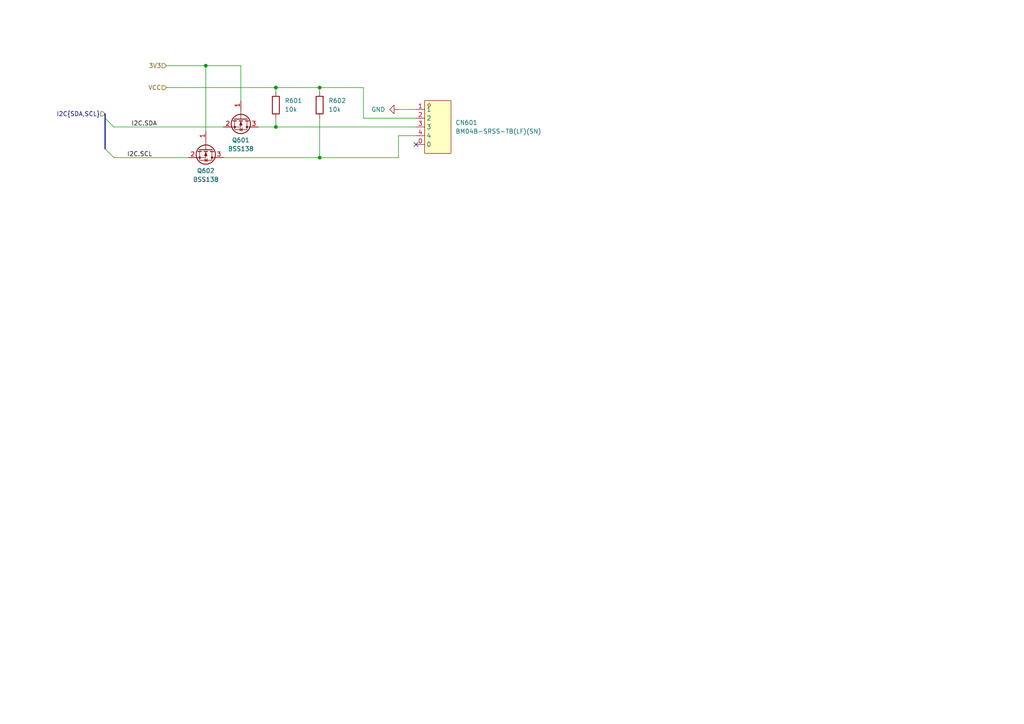
<source format=kicad_sch>
(kicad_sch (version 20231120) (generator "eeschema") (generator_version "8.0")
  (paper "A4")
  (lib_symbols
    (symbol "Device:R" (pin_numbers hide) (pin_names (offset 0))
      (property "Reference" "R" (at 2.032 0 90))
      (property "Value" "R" (at 0 0 90))
      (symbol "R_0_1"
        (rectangle (start -1.016 -2.54) (end 1.016 2.54) (stroke (width 0.254)))
      )
      (symbol "R_1_1"
        (pin passive line (at 0 3.81 270) (length 1.27) (name "~") (number "1"))
        (pin passive line (at 0 -3.81 90) (length 1.27) (name "~") (number "2"))
      )
    )
    (symbol "Transistor_FET:BSS138" (pin_names hide)
      (property "Reference" "Q" (at 5.08 1.905 0))
      (property "Value" "BSS138" (at 5.08 0 0))
      (symbol "BSS138_0_1"
        (polyline (pts (xy 0.254 0) (xy -2.54 0)))
        (polyline (pts (xy 0.254 1.905) (xy 0.254 -1.905)) (stroke (width 0.254)))
        (polyline (pts (xy 0.762 -1.27) (xy 0.762 -2.286)) (stroke (width 0.254)))
        (polyline (pts (xy 0.762 0.508) (xy 0.762 -0.508)) (stroke (width 0.254)))
        (polyline (pts (xy 0.762 2.286) (xy 0.762 1.27)) (stroke (width 0.254)))
        (polyline (pts (xy 2.54 2.54) (xy 2.54 1.778)))
        (polyline (pts (xy 2.54 -2.54) (xy 2.54 0) (xy 0.762 0)))
        (polyline (pts (xy 0.762 -1.778) (xy 3.302 -1.778) (xy 3.302 1.778) (xy 0.762 1.778)))
        (polyline (pts (xy 1.016 0) (xy 2.032 0.381) (xy 2.032 -0.381) (xy 1.016 0)) (fill (type outline)))
        (polyline (pts (xy 2.794 0.508) (xy 2.921 0.381) (xy 3.683 0.381) (xy 3.81 0.254)))
        (polyline (pts (xy 3.302 0.381) (xy 2.921 -0.254) (xy 3.683 -0.254) (xy 3.302 0.381)))
        (circle (center 1.651 0) (radius 2.794) (stroke (width 0.254)))
        (circle (center 2.54 -1.778) (radius 0.254) (fill (type outline)))
        (circle (center 2.54 1.778) (radius 0.254) (fill (type outline)))
      )
      (symbol "BSS138_1_1"
        (pin input line (at -5.08 0 0) (length 2.54) (name "G") (number "1"))
        (pin passive line (at 2.54 -5.08 90) (length 2.54) (name "S") (number "2"))
        (pin passive line (at 2.54 5.08 270) (length 2.54) (name "D") (number "3"))
      )
    )
    (symbol "easyeda2kicad:BM04B-SRSS-TB(LF)(SN)"
      (property "Reference" "CN" (at 0 10.16 0))
      (property "Value" "BM04B-SRSS-TB(LF)(SN)" (at 0 -10.16 0))
      (symbol "BM04B-SRSS-TB(LF)(SN)_0_1"
        (rectangle (start -2.54 7.62) (end 5.08 -7.62) (fill (type background)))
        (circle (center -1.27 6.35) (radius 0.38))
        (pin unspecified line (at -5.08 -5.08 0) (length 2.54) (name "0") (number "0"))
        (pin unspecified line (at -5.08 5.08 0) (length 2.54) (name "1") (number "1"))
        (pin unspecified line (at -5.08 2.54 0) (length 2.54) (name "2") (number "2"))
        (pin unspecified line (at -5.08 0 0) (length 2.54) (name "3") (number "3"))
        (pin unspecified line (at -5.08 -2.54 0) (length 2.54) (name "4") (number "4"))
      )
    )
    (symbol "power:GND" (power) (pin_numbers hide) (pin_names (offset 0) hide)
      (property "Value" "GND" (at 0 -3.81 0))
      (symbol "GND_0_1"
        (polyline (pts (xy 0 0) (xy 0 -1.27) (xy 1.27 -1.27) (xy 0 -2.54) (xy -1.27 -1.27) (xy 0 -1.27)))
      )
      (symbol "GND_1_1"
        (pin power_in line (at 0 0 270) (length 0) (name "~") (number "1"))
      )
    )
  )
  (junction (at 92.71 45.72))
  (junction (at 59.69 19.05))
  (junction (at 80.01 36.83))
  (junction (at 80.01 25.4))
  (junction (at 92.71 25.4))
  (no_connect (at 120.65 41.91))
  (bus_entry (at 30.48 34.29) (size 2.54 2.54))
  (bus_entry (at 30.48 43.18) (size 2.54 2.54))
  (wire (pts (xy 59.69 19.05) (xy 48.26 19.05)))
  (wire (pts (xy 48.26 25.4) (xy 80.01 25.4)))
  (bus (pts (xy 30.48 33.02) (xy 30.48 34.29)))
  (wire (pts (xy 33.02 36.83) (xy 64.77 36.83)))
  (wire (pts (xy 59.69 38.1) (xy 59.69 19.05)))
  (wire (pts (xy 74.93 36.83) (xy 80.01 36.83)))
  (wire (pts (xy 115.57 31.75) (xy 120.65 31.75)))
  (wire (pts (xy 92.71 25.4) (xy 105.41 25.4)))
  (wire (pts (xy 105.41 25.4) (xy 105.41 34.29)))
  (wire (pts (xy 105.41 34.29) (xy 120.65 34.29)))
  (wire (pts (xy 92.71 25.4) (xy 92.71 26.67)))
  (wire (pts (xy 80.01 34.29) (xy 80.01 36.83)))
  (wire (pts (xy 64.77 45.72) (xy 92.71 45.72)))
  (wire (pts (xy 92.71 34.29) (xy 92.71 45.72)))
  (wire (pts (xy 80.01 25.4) (xy 92.71 25.4)))
  (wire (pts (xy 80.01 36.83) (xy 120.65 36.83)))
  (wire (pts (xy 92.71 45.72) (xy 115.57 45.72)))
  (wire (pts (xy 69.85 19.05) (xy 59.69 19.05)))
  (wire (pts (xy 115.57 45.72) (xy 115.57 39.37)))
  (wire (pts (xy 115.57 39.37) (xy 120.65 39.37)))
  (bus (pts (xy 30.48 34.29) (xy 30.48 43.18)))
  (wire (pts (xy 33.02 45.72) (xy 54.61 45.72)))
  (wire (pts (xy 69.85 29.21) (xy 69.85 19.05)))
  (wire (pts (xy 80.01 25.4) (xy 80.01 26.67)))
  (label "I2C.SCL" (at 36.83 45.72 0))
  (label "I2C.SDA" (at 38.1 36.83 0))
  (hierarchical_label "I2C{SDA,SCL}" (shape input) (at 30.48 33.02 180))
  (hierarchical_label "VCC" (shape input) (at 48.26 25.4 180))
  (hierarchical_label "3V3" (shape input) (at 48.26 19.05 180))
  (symbol (lib_id "power:GND") (at 115.57 31.75 270) (unit 1)
    (property "Reference" "#PWR0601" (effects (hide yes)))
    (property "Value" "GND" (at 111.76 31.7499 90) (effects (justify right)))
    (property "Description" "Power symbol creates a global label with name \"GND\" , ground" (effects (hide yes)))
  )
  (symbol (lib_id "easyeda2kicad:BM04B-SRSS-TB(LF)(SN)") (at 125.73 36.83 0) (unit 1)
    (property "Reference" "CN601" (at 132.08 35.5599 0) (effects (justify left)))
    (property "Value" "BM04B-SRSS-TB(LF)(SN)" (at 132.08 38.0999 0) (effects (justify left)))
    (property "Footprint" "easyeda2kicad:CONN-SMD_BM04B-SRSS-TB" (effects (hide yes)))
    (property "Datasheet" "https://lcsc.com/product-detail/Others_JST-Sales-America__JST-Sales-America-BM04B-SRSS-TB-LF-SN_C160390.html" (effects (hide yes)))
    (property "LCSC Part" "C160390" (effects (hide yes)))
  )
  (symbol (lib_id "Device:R") (at 92.71 30.48 0) (unit 1)
    (property "Reference" "R602" (at 95.25 29.2099 0) (effects (justify left)))
    (property "Value" "10k" (at 95.25 31.7499 0) (effects (justify left)))
    (property "Footprint" "Resistor_SMD:R_0603_1608Metric" (effects (hide yes)))
    (property "Description" "Resistor" (effects (hide yes)))
  )
  (symbol (lib_id "Device:R") (at 80.01 30.48 0) (unit 1)
    (property "Reference" "R601" (at 82.55 29.2099 0) (effects (justify left)))
    (property "Value" "10k" (at 82.55 31.7499 0) (effects (justify left)))
    (property "Footprint" "Resistor_SMD:R_0603_1608Metric" (effects (hide yes)))
    (property "Description" "Resistor" (effects (hide yes)))
  )
  (symbol (lib_id "Transistor_FET:BSS138") (at 69.85 34.29 270) (unit 1)
    (property "Reference" "Q601" (at 69.85 40.64 90))
    (property "Value" "BSS138" (at 69.85 43.18 90))
    (property "Footprint" "Package_TO_SOT_SMD:SOT-23" (effects (hide yes)))
    (property "Datasheet" "https://www.onsemi.com/pub/Collateral/BSS138-D.PDF" (effects (hide yes)))
    (property "Description" "50V Vds, 0.22A Id, N-Channel MOSFET, SOT-23" (effects (hide yes)))
  )
  (symbol (lib_id "Transistor_FET:BSS138") (at 59.69 43.18 270) (unit 1)
    (property "Reference" "Q602" (at 59.69 49.53 90))
    (property "Value" "BSS138" (at 59.69 52.07 90))
    (property "Footprint" "Package_TO_SOT_SMD:SOT-23" (effects (hide yes)))
    (property "Datasheet" "https://www.onsemi.com/pub/Collateral/BSS138-D.PDF" (effects (hide yes)))
    (property "Description" "50V Vds, 0.22A Id, N-Channel MOSFET, SOT-23" (effects (hide yes)))
  )
)
</source>
